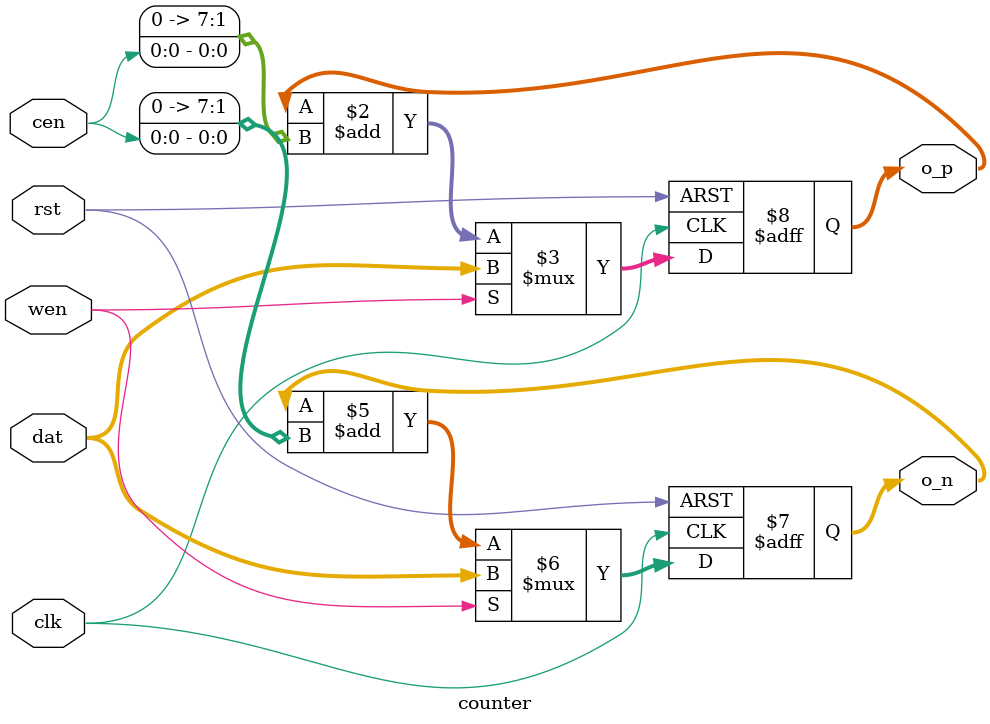
<source format=v>
module counter #(
  parameter WIDTH = 8
)(
  // system signals
  input  wire             clk,
  input  wire             rst,
  // counter signas
  input  wire             cen,  // counter enable
  input  wire             wen,  // write enable
  input  wire [WIDTH-1:0] dat,  // input data
  output reg  [WIDTH-1:0] o_p,  // output value (posedge counter)
  output reg  [WIDTH-1:0] o_n   // output value (negedge counter)
);


always @ (posedge clk, posedge rst)
if (rst) o_p <= {WIDTH{1'b0}};
else     o_p <= wen ? dat : o_p + {{WIDTH-1{1'b0}}, cen};


always @ (negedge clk, posedge rst)
if (rst) o_n <= {WIDTH{1'b0}};
else     o_n <= wen ? dat : o_n + {{WIDTH-1{1'b0}}, cen};

endmodule
</source>
